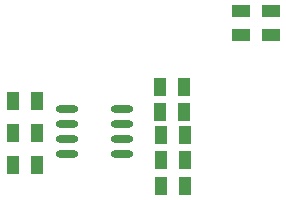
<source format=gbp>
G04*
G04 #@! TF.GenerationSoftware,Altium Limited,Altium Designer,19.1.8 (144)*
G04*
G04 Layer_Color=128*
%FSLAX25Y25*%
%MOIN*%
G70*
G01*
G75*
%ADD18R,0.04000X0.06000*%
%ADD20R,0.06000X0.04000*%
%ADD46O,0.07480X0.02362*%
D18*
X113000Y65000D02*
D03*
X105000D02*
D03*
Y82000D02*
D03*
X113000D02*
D03*
Y73750D02*
D03*
X105000D02*
D03*
X63500Y72000D02*
D03*
X55500D02*
D03*
X104500Y89750D02*
D03*
X112500D02*
D03*
X55500Y82750D02*
D03*
X63500D02*
D03*
X55500Y93500D02*
D03*
X63500D02*
D03*
X104500Y98000D02*
D03*
X112500D02*
D03*
D20*
X131500Y123500D02*
D03*
Y115500D02*
D03*
X141500Y123500D02*
D03*
Y115500D02*
D03*
D46*
X73425Y75854D02*
D03*
Y80854D02*
D03*
Y85854D02*
D03*
Y90854D02*
D03*
X91929Y75854D02*
D03*
Y80854D02*
D03*
Y85854D02*
D03*
Y90854D02*
D03*
M02*

</source>
